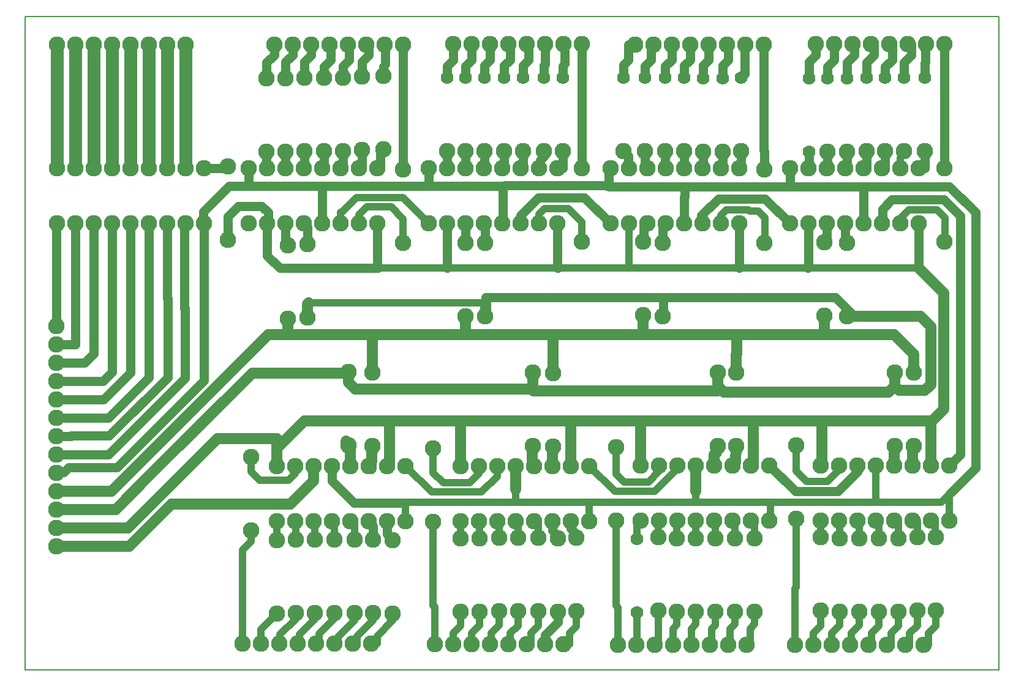
<source format=gbr>
G04 PROTEUS RS274X GERBER FILE*
%FSLAX45Y45*%
%MOMM*%
G01*
%ADD13C,1.016000*%
%ADD14C,1.524000*%
%ADD15C,1.270000*%
%ADD16C,1.778000*%
%ADD17C,0.254000*%
%ADD10C,2.286000*%
%ADD11C,1.778000*%
%ADD12C,0.203200*%
D13*
X-6684000Y-990351D02*
X-6689533Y-1091951D01*
X-6689533Y-1093884D01*
X-6768000Y-1172351D01*
X-6778000Y-1182351D01*
X-7178000Y-1182351D01*
X-7298000Y-1062351D01*
X-7298000Y-866351D01*
D14*
X-5922000Y-990351D02*
X-5922000Y-709818D01*
X-5984569Y-647249D01*
X-5948000Y-702351D01*
D13*
X-4398000Y-1752351D02*
X-4398000Y-1992351D01*
X-4144000Y-1752351D02*
X-4138000Y-1752351D01*
X-4138000Y-1992351D01*
D14*
X-3128000Y-990351D02*
X-3128000Y-706062D01*
X-3113027Y-691089D01*
X-3118000Y-718351D01*
X-3382000Y-990351D02*
X-3408000Y-964351D01*
X-3408000Y-801251D01*
X-3398000Y-712351D01*
D13*
X-1654000Y-1742351D02*
X-1668000Y-1742351D01*
X-1668000Y-1976351D01*
X-1400000Y-1742351D02*
X-1408000Y-1742351D01*
X-1408000Y-1986351D01*
X-1146000Y-1742351D02*
X-1148000Y-1742351D01*
X-1148000Y-1986351D01*
D14*
X-892000Y-980351D02*
X-892000Y-832387D01*
X-860864Y-801251D01*
X-848000Y-712351D01*
D13*
X+582000Y-1742351D02*
X+582000Y-1976351D01*
X+836000Y-1742351D02*
X+842000Y-1742351D01*
X+842000Y-1986351D01*
D14*
X+1852000Y-980351D02*
X+1852000Y-757712D01*
X+1878427Y-731285D01*
X+1862000Y-708351D01*
X+1598000Y-980351D02*
X+1598000Y-716351D01*
X+1602000Y-712351D01*
D15*
X+660000Y+3130000D02*
X+670000Y+3130000D01*
X+670000Y+3364000D01*
X+406000Y+3130000D02*
X+420000Y+3130000D01*
X+420000Y+3364000D01*
X+660000Y+2368000D02*
X+660000Y+2136000D01*
X+630000Y+2106000D01*
X-1058000Y+3130000D02*
X-1050000Y+3130000D01*
X-1050000Y+3364000D01*
X-1312000Y+3130000D02*
X-1310000Y+3130000D01*
X-1310000Y+3374000D01*
X-1566000Y+3130000D02*
X-1570000Y+3130000D01*
X-1570000Y+3374000D01*
X-1820000Y+2368000D02*
X-1870733Y+2317267D01*
X-1870733Y+2204900D01*
X-1880000Y+2116000D01*
X-1566000Y+2368000D02*
X-1604983Y+2329017D01*
X-1604983Y+2188900D01*
X-1610000Y+2100000D01*
X-4076000Y+3130000D02*
X-4070000Y+3130000D01*
X-4070000Y+3374000D01*
X-4330000Y+3130000D02*
X-4330000Y+3374000D01*
X-4584000Y+3130000D02*
X-4590000Y+3130000D01*
X-4590000Y+3374000D01*
X-4330000Y+2368000D02*
X-4330000Y+2090003D01*
X-4334312Y+2085691D01*
X-4330000Y+2096000D01*
X-4076000Y+2368000D02*
X-4071194Y+2343688D01*
X-4060000Y+2332494D01*
X-4060000Y+2100000D01*
X-6566000Y+3130000D02*
X-6560000Y+3130000D01*
X-6560000Y+3374000D01*
X-6820000Y+3130000D02*
X-6820000Y+3364000D01*
X-7074000Y+3130000D02*
X-7080000Y+3130000D01*
X-7080000Y+3364000D01*
D14*
X-5948000Y+313649D02*
X-6036900Y+300000D01*
X-7278882Y+300000D01*
X-8691526Y-1112644D01*
X-9166882Y-1588000D01*
X-9990000Y-1588000D01*
X+1602000Y+116880D02*
X+1602000Y+303649D01*
X-4053333Y+1274140D02*
X-4053333Y+1090667D01*
X-4060000Y+1084000D01*
X-842592Y+113509D02*
X-848000Y+118917D01*
X-848000Y+303649D01*
X-3394219Y+113509D02*
X-3398000Y+117290D01*
X-3398000Y+303649D01*
X-6499268Y+1274140D02*
X-6520000Y+1253408D01*
X-6520000Y+1064000D01*
X+630000Y+827649D02*
X+1594351Y+827649D01*
X+1862000Y+560000D01*
X-580000Y+827649D02*
X-583888Y+823761D01*
X-583888Y+560000D01*
X+630000Y+827649D02*
X-580000Y+827649D01*
X-1896067Y+827649D01*
X-3126083Y+827649D02*
X-3118000Y+819566D01*
X-3118000Y+560000D01*
X-1896067Y+827649D02*
X-3126083Y+827649D01*
X-4320000Y+827649D01*
X-5593640Y+827649D02*
X-5618000Y+803289D01*
X-5618000Y+307649D01*
X-4320000Y+827649D02*
X-5593640Y+827649D01*
X-4320000Y+827649D02*
X-4330000Y+837649D01*
X-4330000Y+1080000D01*
X-1896067Y+827649D02*
X-1880000Y+843716D01*
X-1880000Y+1100000D01*
X+630000Y+827649D02*
X+630000Y+1090000D01*
X+1862000Y+560000D02*
X+1862000Y+307649D01*
X-583888Y+560000D02*
X-588000Y+555888D01*
X-588000Y+307649D01*
X-3118000Y+560000D02*
X-3118000Y+297649D01*
D15*
X-9990000Y+190000D02*
X-9344500Y+190000D01*
X-9218000Y+316500D01*
X-9218000Y+2370000D01*
X-9990000Y+444000D02*
X-9598500Y+444000D01*
X-9472000Y+570500D01*
X-9472000Y+2370000D01*
X-9990000Y+698000D02*
X-9726000Y+698000D01*
X-9726000Y+2370000D01*
X-9990000Y+952000D02*
X-9990000Y+2360000D01*
X-9980000Y+2370000D01*
D13*
X-7298000Y-1882351D02*
X-7298000Y-2032000D01*
X-7412000Y-2146000D01*
X-7412000Y-3442351D01*
X-4778000Y-1762351D02*
X-4778000Y-2921000D01*
X-4758000Y-2941000D01*
X-4758000Y-3452351D01*
X-4504000Y-3452351D02*
X-4504000Y-3302000D01*
X-4398000Y-3196000D01*
X-4398000Y-3008351D01*
X-4250000Y-3452351D02*
X-4250000Y-3302000D01*
X-4138000Y-3190000D01*
X-4138000Y-3008351D01*
X-2248000Y-1742351D02*
X-2248000Y-2921000D01*
X-2226000Y-2943000D01*
X-2226000Y-3462351D01*
X-1718000Y-3462351D02*
X-1668000Y-3412351D01*
X-1668000Y-2992351D01*
X-1464000Y-3462351D02*
X-1464000Y-3238500D01*
X-1408000Y-3182500D01*
X-1408000Y-3002351D01*
X-1210000Y-3462351D02*
X-1210000Y-3238500D01*
X-1148000Y-3176500D01*
X-1148000Y-3002351D01*
X+242000Y-1722351D02*
X+242000Y-2667000D01*
X+222000Y-2687000D01*
X+222000Y-3462351D01*
X+476000Y-3462351D02*
X+476000Y-3302000D01*
X+582000Y-3196000D01*
X+582000Y-2992351D01*
X+730000Y-3462351D02*
X+730000Y-3302000D01*
X+842000Y-3190000D01*
X+842000Y-3002351D01*
D15*
X+2290000Y+3130000D02*
X+2290000Y+4850000D01*
X+766000Y+4850000D02*
X+766000Y+4635500D01*
X+670000Y+4539500D01*
X+670000Y+4380000D01*
X+512000Y+4850000D02*
X+512000Y+4699000D01*
X+420000Y+4607000D01*
X+420000Y+4380000D01*
X-200000Y+3120000D02*
X-200000Y+3365500D01*
X-210000Y+3375500D01*
X-210000Y+4840000D01*
X-972000Y+4840000D02*
X-972000Y+4635500D01*
X-1050000Y+4557500D01*
X-1050000Y+4380000D01*
X-1226000Y+4840000D02*
X-1226000Y+4635500D01*
X-1310000Y+4551500D01*
X-1310000Y+4390000D01*
X-1480000Y+4840000D02*
X-1480000Y+4635500D01*
X-1570000Y+4545500D01*
X-1570000Y+4390000D01*
X-2720000Y+3130000D02*
X-2720000Y+4850000D01*
X-3990000Y+4850000D02*
X-3990000Y+4635500D01*
X-4070000Y+4555500D01*
X-4070000Y+4390000D01*
X-4244000Y+4850000D02*
X-4244000Y+4635500D01*
X-4330000Y+4549500D01*
X-4330000Y+4390000D01*
X-4498000Y+4850000D02*
X-4498000Y+4635500D01*
X-4590000Y+4543500D01*
X-4590000Y+4390000D01*
X-5200000Y+3120000D02*
X-5200000Y+4840000D01*
X-6470000Y+4840000D02*
X-6470000Y+4699000D01*
X-6560000Y+4609000D01*
X-6560000Y+4390000D01*
X-6724000Y+4840000D02*
X-6724000Y+4699000D01*
X-6820000Y+4603000D01*
X-6820000Y+4380000D01*
X-6978000Y+4840000D02*
X-6978000Y+4699000D01*
X-7080000Y+4597000D01*
X-7080000Y+4380000D01*
D16*
X-9980000Y+3132000D02*
X-9980000Y+4840000D01*
X-9726000Y+3132000D02*
X-9726000Y+4840000D01*
X-9472000Y+3132000D02*
X-9472000Y+4840000D01*
X-9218000Y+3132000D02*
X-9218000Y+4840000D01*
X-8964000Y+3132000D02*
X-8964000Y+4840000D01*
X-8710000Y+3132000D02*
X-8710000Y+4840000D01*
X-8456000Y+3132000D02*
X-8456000Y+4840000D01*
X-8202000Y+3132000D02*
X-8202000Y+4840000D01*
D15*
X-7948000Y+3132000D02*
X-7664692Y+3132000D01*
X-7629346Y+3167346D01*
X-7620000Y+3156000D01*
D13*
X+2360000Y-1406174D02*
X+2360000Y-1742351D01*
X+2378821Y-1353264D02*
X+2360000Y-1372085D01*
X+2360000Y-1406174D01*
D15*
X-1305648Y+2740913D02*
X-1312000Y+2734561D01*
X-1312000Y+2368000D01*
D14*
X+2119457Y-364099D02*
X+2280427Y-203129D01*
X+2280427Y+273530D01*
X+2280427Y+1405548D01*
X+1934227Y+1751748D01*
X-6938000Y-740193D02*
X-6938000Y-990351D01*
X-6938000Y-740193D02*
X-6919079Y-721272D01*
X-6710502Y-512695D01*
D13*
X-4585206Y+1751748D02*
X-5544275Y+1751748D01*
D15*
X-5550000Y+2368000D02*
X-5550000Y+1757473D01*
X-5544275Y+1751748D01*
D13*
X-4585206Y+1751748D02*
X-3056827Y+1751748D01*
D15*
X-4585206Y+1751748D02*
X-4584000Y+1752954D01*
X-4584000Y+2368000D01*
D13*
X-3056827Y+1751748D02*
X-2075863Y+1751748D01*
D15*
X-3056827Y+1751748D02*
X-3060000Y+1754921D01*
X-3060000Y+2368000D01*
D13*
X-2075863Y+1751748D02*
X-547483Y+1751748D01*
X-2075863Y+1751748D02*
X-2074000Y+1753611D01*
X-2074000Y+2368000D01*
X-547483Y+1751748D02*
X+400000Y+1751748D01*
D15*
X-547483Y+1751748D02*
X-550000Y+1754265D01*
X-550000Y+2368000D01*
D13*
X+1934227Y+1751748D02*
X+400000Y+1751748D01*
D15*
X+406000Y+1757748D01*
X+406000Y+2368000D01*
X+1934227Y+1751748D02*
X+1930000Y+1755975D01*
X+1930000Y+2368000D01*
D14*
X+2119457Y-364099D02*
X+592000Y-364099D01*
X+2119457Y-364099D02*
X+2106000Y-377556D01*
X+2106000Y-980351D01*
X+592000Y-364099D02*
X-378000Y-364099D01*
X+592000Y-364099D02*
X+592000Y-970351D01*
X+582000Y-980351D01*
X-378000Y-364099D02*
X-1915231Y-364099D01*
X-4368000Y-364099D02*
X-2868000Y-364099D01*
X-1915231Y-364099D02*
X-2868000Y-364099D01*
X-2874000Y-370099D01*
X-2874000Y-990351D01*
X-1915231Y-364099D02*
X-1908000Y-371330D01*
X-1908000Y-980351D01*
X-4368000Y-364099D02*
X-5414133Y-364099D01*
X-4368000Y-364099D02*
X-4398000Y-394099D01*
X-4398000Y-990351D01*
X-6710502Y-512695D02*
X-6561906Y-364099D01*
X-5414133Y-364099D01*
D15*
X-5550000Y+2368000D02*
X-5533209Y+2351208D01*
X-5550000Y+2368000D02*
X-5519297Y+2365120D01*
X-5533209Y+2351208D01*
X-9990000Y-64000D02*
X-9334000Y-64000D01*
X-8964000Y+306000D01*
X-8964000Y+2370000D01*
X-9990000Y-318000D02*
X-9268000Y-318000D01*
X-8710000Y+240000D01*
X-8710000Y+2370000D01*
D14*
X-5593640Y+827649D02*
X-6553042Y+827649D01*
D15*
X-4843222Y+2890000D02*
X-4843222Y+3124778D01*
X-4838000Y+3130000D01*
X-4843222Y+2890000D02*
X-6306118Y+2890000D01*
D13*
X-6058000Y+2368000D02*
X-6058000Y+2520943D01*
X-6055177Y+2523766D01*
X-6042450Y+2523766D01*
X-5836218Y+2730000D01*
X-5200000Y+2730000D01*
X-4838000Y+2368000D01*
X-5804000Y+2368000D02*
X-5804000Y+2486526D01*
X-5805637Y+2488163D01*
X-5693800Y+2600000D01*
X-5358970Y+2600000D01*
X-5192176Y+2433206D01*
X-5192176Y+2192900D01*
X-5200000Y+2104000D01*
D15*
X-2350000Y+2880000D02*
X-2350000Y+3108000D01*
X-2328000Y+3130000D01*
X-1305648Y+2830000D02*
X-1305648Y+2740913D01*
X-1305648Y+2880000D02*
X-1305648Y+2830000D01*
X+152000Y+2880000D02*
X+152000Y+2990000D01*
X+152000Y+3130000D01*
X+1170000Y+2880000D02*
X+1110000Y+2880000D01*
X+152000Y+2880000D02*
X+1110000Y+2880000D01*
X+1168000Y+2368000D02*
X+1168000Y+2878000D01*
X+1170000Y+2880000D01*
X+152000Y+2880000D02*
X-1305648Y+2880000D01*
X-1373400Y+2880000D01*
X-2350000Y+2880000D02*
X-1373400Y+2880000D01*
X+914000Y+2368000D02*
X+914000Y+2126000D01*
X+940000Y+2100000D01*
D13*
X+2378820Y-1353264D02*
X+2396042Y-1336042D01*
X+2378821Y-1353264D02*
X+2378820Y-1353264D01*
X-114294Y-1489445D02*
X-114294Y-1726645D01*
X-130000Y-1742351D01*
X-2620000Y-1489445D02*
X-2620000Y-1752351D01*
X-1146000Y-1341264D02*
X-1146000Y-1489185D01*
X-1146260Y-1489445D01*
D14*
X-1146000Y-1341264D02*
X-1146000Y-980351D01*
D13*
X-2620000Y-1489445D02*
X-1146260Y-1489445D01*
X-114294Y-1489445D01*
X-3636000Y-1310000D02*
X-3636000Y-1345264D01*
X-3636000Y-1353264D01*
X-3636000Y-1483445D01*
X-3630000Y-1489445D01*
D14*
X-3636000Y-1310000D02*
X-3636000Y-990351D01*
D13*
X-5160000Y-1489445D02*
X-3630000Y-1489445D01*
X-2620000Y-1489445D01*
X-4144000Y-990351D02*
X-4144000Y-1089788D01*
X-4274212Y-1220000D01*
X-4639999Y-1220000D01*
X-4778000Y-1081999D01*
X-4778000Y-746351D01*
X-2620000Y-990351D02*
X-2270351Y-1340000D01*
X-1715661Y-1340000D01*
X-1419512Y-1043851D01*
X-1400000Y-980351D01*
X-1654000Y-980351D02*
X-1654000Y-1061268D01*
X-1802732Y-1210000D01*
X-2140000Y-1210000D01*
X-2248000Y-1102000D01*
X-2248000Y-719248D01*
X-2240423Y-711671D01*
X-2248000Y-726351D01*
D15*
X-130000Y-980351D02*
X+229649Y-1340000D01*
X+814351Y-1340000D01*
X+1090000Y-1064351D01*
X+1090000Y-980351D01*
D13*
X+836000Y-980351D02*
X+836000Y-1037749D01*
X+673749Y-1200000D01*
X+381482Y-1200000D01*
X+238212Y-1056730D01*
X+238212Y-683589D01*
X+236743Y-682120D01*
X+242000Y-706351D01*
X-5160000Y-990351D02*
X-4800351Y-1350000D01*
X-4110001Y-1350000D01*
X-3890000Y-1129999D01*
X-3890000Y-990351D01*
D14*
X-6790000Y+1054000D02*
X-6790000Y+850691D01*
X-6810691Y+830000D01*
X-6813042Y+827649D01*
X-6701105Y+827649D01*
X-6663492Y+827649D01*
X-6583396Y+827649D01*
X-6553042Y+827649D01*
X-6701105Y+827649D02*
X-6703456Y+830000D01*
X-6810691Y+830000D01*
D13*
X-4053333Y+1274140D02*
X-6239268Y+1274140D01*
X-6499268Y+1274140D01*
D15*
X-7074000Y+2368000D02*
X-7074000Y+1924000D01*
X-6901748Y+1751748D01*
X-5544275Y+1751748D01*
X-6820000Y+2368000D02*
X-6820000Y+2100000D01*
X-6790000Y+2070000D01*
X-6520000Y+2080000D02*
X-6520000Y+2322000D01*
X-6566000Y+2368000D01*
X-6312000Y+2368000D02*
X-6312000Y+2884118D01*
X-6306118Y+2890000D01*
X-7332557Y+2890000D02*
X-6306118Y+2890000D01*
X-3815934Y+2887967D02*
X-3820000Y+2890000D01*
X-4843222Y+2890000D02*
X-3820000Y+2890000D01*
X-3815934Y+2890000D01*
X-3815934Y+2887967D01*
X-3815934Y+2880000D01*
X-3815934Y+2364066D01*
X-3850000Y+2330000D01*
X-3822000Y+2368000D01*
X-9990000Y-572000D02*
X-9789000Y-572000D01*
X-9787000Y-570000D01*
X-9260000Y-570000D01*
X-8450000Y+240000D01*
X-8450000Y+1327000D01*
X-8456000Y+1333000D01*
X-8456000Y+2370000D01*
D14*
X-6810691Y+830000D02*
X-7059999Y+830000D01*
X-7742205Y+147794D01*
X-7746928Y+147794D01*
X-8959027Y-1064305D01*
X-8959027Y-1069027D01*
X-9224000Y-1334000D01*
X-9990000Y-1334000D01*
D13*
X-3314000Y+2368000D02*
X-3314000Y+2496000D01*
X-3240000Y+2570000D01*
X-2910000Y+2570000D01*
X-2727643Y+2387643D01*
X-2727643Y+2113279D01*
X-2720234Y+2105870D01*
X-2720000Y+2114000D01*
D15*
X-9990000Y-826000D02*
X-9265999Y-826000D01*
X-8210000Y+229999D01*
X-8210000Y+1190833D01*
X-8215466Y+1196299D01*
X-8215466Y+2356534D01*
X-8202000Y+2370000D01*
X-3815934Y+2887967D02*
X-3791868Y+2900000D01*
X-2390000Y+2900000D01*
X-2350000Y+2880000D01*
X-2328000Y+2368000D02*
X-2690000Y+2730000D01*
X-3323927Y+2730000D01*
X-3570400Y+2483527D01*
X-3570400Y+2370400D01*
X-3568000Y+2368000D01*
X+152000Y+2368000D02*
X-190000Y+2710000D01*
X-840001Y+2710000D01*
X-1070671Y+2479330D01*
X-1070671Y+2383492D01*
X-1058000Y+2368000D01*
D13*
X-804000Y+2368000D02*
X-804000Y+2479569D01*
X-723569Y+2560000D01*
X-423594Y+2560000D01*
X-403756Y+2540162D01*
X-285617Y+2540162D01*
X-192582Y+2447127D01*
X-192582Y+2192900D01*
X-200000Y+2104000D01*
X+1676000Y+2368000D02*
X+1676000Y+2438105D01*
X+1797895Y+2560000D01*
X+2185405Y+2560000D01*
X+2296655Y+2448750D01*
X+2296655Y+2119491D01*
X+2280486Y+2103322D01*
X+2290000Y+2114000D01*
D14*
X-842592Y+113509D02*
X-842592Y+50000D01*
X-3394219Y+50000D01*
X-3394219Y+113509D01*
D13*
X+1310000Y-1489445D02*
X+1320000Y-1489445D01*
X-114294Y-1489445D02*
X+1310000Y-1489445D01*
X+1344000Y-980351D02*
X+1344000Y-1489445D01*
D17*
X+1344000Y-1504000D01*
X+1350000Y-1510000D01*
D13*
X+1320000Y-1489445D02*
X+1344000Y-1489445D01*
X+2242639Y-1489445D01*
X+2378820Y-1353264D01*
D15*
X-6176000Y-990351D02*
X-6176000Y-1196346D01*
X-6155702Y-1216644D01*
X-5872346Y-1500000D01*
X-5160000Y-1500000D01*
D13*
X-5160000Y-1489445D02*
X-5160000Y-1500000D01*
X-5160000Y-1752351D01*
D17*
X-7948000Y+2347463D02*
X-7948000Y+2370000D01*
D15*
X-7948000Y+2347463D02*
X-7948000Y+193667D01*
X-9153055Y-1011388D01*
X-9821388Y-1011388D01*
X-9888400Y-1078400D01*
X-9990000Y-1080000D01*
X-7328000Y+3130000D02*
X-7328000Y+2910000D01*
X-7328000Y+2894557D01*
X-7332557Y+2890000D01*
X-7328000Y+2910000D02*
X-7348000Y+2890000D01*
X-7598716Y+2890000D01*
X-7954126Y+2534590D01*
X-7954126Y+2353589D01*
X-7948000Y+2347463D01*
X-1620000Y+1350000D02*
X-4053333Y+1350000D01*
X-4053333Y+1274140D01*
X-1620000Y+1350000D02*
X-1605917Y+1348591D01*
D17*
X+1035008Y+1084000D02*
X+1035008Y+1055467D01*
X+940000Y+1084000D01*
D15*
X-1610000Y+1084000D02*
X-1600778Y+1093222D01*
X-1600778Y+1337080D01*
D17*
X-1620000Y+1350000D02*
X-1620000Y+1070000D01*
X-1610000Y+1060000D01*
X-1610000Y+1084000D01*
X+950275Y+1084000D02*
X+950275Y+1179725D01*
X+950275Y+1187716D01*
X+931251Y+1206740D01*
D15*
X-1605917Y+1348591D02*
X+781409Y+1348591D01*
X+790000Y+1340000D01*
X+950275Y+1179725D01*
X+1035008Y+1094992D01*
X+1035008Y+1084000D01*
D14*
X+940000Y+1084000D02*
X+950275Y+1084000D01*
X+1035008Y+1084000D01*
X+1956000Y+1084000D01*
X+2100000Y+940000D01*
X+2100000Y+140000D01*
X+2020000Y+60000D01*
X+1658880Y+60000D01*
X+1602000Y+116880D01*
X+1515120Y+30000D01*
X-759083Y+30000D01*
X-842592Y+113509D01*
X-5948000Y+313649D02*
X-5940489Y+339709D01*
X-5948000Y+332198D01*
X-5948000Y+167649D01*
X-5860351Y+80000D01*
X-3427728Y+80000D01*
X-3394219Y+113509D01*
X-378000Y-364099D02*
X-350000Y-392099D01*
X-350000Y-946351D01*
X-384000Y-980351D01*
X-638000Y-980351D02*
X-600406Y-942757D01*
X-600406Y-942760D01*
X-588000Y-708351D01*
X-5668000Y-990351D02*
X-5635296Y-1023055D01*
X-5618000Y-708351D01*
X-5414133Y-364099D02*
X-5380000Y-398232D01*
X-5380000Y-956351D01*
X-5414000Y-990351D01*
X-6938000Y-740193D02*
X-6938000Y-610000D01*
X-7761879Y-610000D01*
X-8993879Y-1842000D01*
X-9990000Y-1842000D01*
D15*
X-7074000Y+2368000D02*
X-7060000Y+2360000D01*
X-7060000Y+2519999D01*
X-7150001Y+2610000D01*
X-7470001Y+2610000D01*
X-7620000Y+2460001D01*
X-7620000Y+2140000D01*
X-5804000Y+3130000D02*
X-5760000Y+3130000D01*
X-5760000Y+3384000D01*
X-5708000Y+4840000D02*
X-5668000Y+4840000D01*
X-5668000Y+4699000D01*
X-5760000Y+4607000D01*
X-5760000Y+4400000D01*
X-6058000Y+3130000D02*
X-6030000Y+3130000D01*
X-6030000Y+3374000D01*
X-5962000Y+4840000D02*
X-5942000Y+4840000D01*
X-5942000Y+4635500D01*
X-6030000Y+4547500D01*
X-6030000Y+4390000D01*
X-6312000Y+3130000D02*
X-6290000Y+3130000D01*
X-6290000Y+3374000D01*
X-6216000Y+4840000D02*
X-6196000Y+4840000D01*
X-6196000Y+4635500D01*
X-6290000Y+4541500D01*
X-6290000Y+4390000D01*
X-5454000Y+4840000D02*
X-5440000Y+4840000D01*
X-5440000Y+4569500D01*
X-5470000Y+4539500D01*
X-5470000Y+4410000D01*
X-5550000Y+3130000D02*
X-5510000Y+3130000D01*
X-5510000Y+3394000D01*
X-5470000Y+3394000D01*
X-3060000Y+3130000D02*
X-2990000Y+3130000D01*
X-2990000Y+3374000D01*
X-3568000Y+3130000D02*
X-3540000Y+3130000D01*
X-3540000Y+3374000D01*
X-3482000Y+4850000D02*
X-3462000Y+4850000D01*
X-3462000Y+4635500D01*
X-3540000Y+4557500D01*
X-3540000Y+4390000D01*
X-3822000Y+3130000D02*
X-3800000Y+3130000D01*
X-3800000Y+3374000D01*
X-3736000Y+4850000D02*
X-3716000Y+4850000D01*
X-3716000Y+4635500D01*
X-3800000Y+4551500D01*
X-3800000Y+4390000D01*
X-1988000Y+4840000D02*
X-2078000Y+4840000D01*
X-2078000Y+4635500D01*
X-2150000Y+4563500D01*
X-2150000Y+4390000D01*
X-1820000Y+3130000D02*
X-1850000Y+3130000D01*
X-1850000Y+3374000D01*
X-1734000Y+4840000D02*
X-1764000Y+4840000D01*
X-1764000Y+4635500D01*
X-1850000Y+4549500D01*
X-1850000Y+4390000D01*
X-550000Y+3130000D02*
X-520000Y+3130000D01*
X-520000Y+3374000D01*
X-464000Y+4840000D02*
X-444000Y+4840000D01*
X-470000Y+4814000D01*
X-470000Y+4440000D01*
X-520000Y+4390000D01*
X-804000Y+3130000D02*
X-780000Y+3130000D01*
X-780000Y+3364000D01*
X-718000Y+4840000D02*
X-698000Y+4840000D01*
X-698000Y+4635500D01*
X-780000Y+4553500D01*
X-780000Y+4380000D01*
X+1930000Y+3130000D02*
X+2020000Y+3130000D01*
X+2020000Y+3374000D01*
X+1782000Y+4850000D02*
X+1832000Y+4850000D01*
X+1832000Y+4699000D01*
X+1730000Y+4597000D01*
X+1730000Y+4390000D01*
X+1168000Y+3130000D02*
X+1210000Y+3130000D01*
X+1210000Y+3374000D01*
X+1274000Y+4850000D02*
X+1314000Y+4850000D01*
X+1314000Y+4699000D01*
X+1210000Y+4595000D01*
X+1210000Y+4390000D01*
X+1422000Y+3130000D02*
X+1470000Y+3130000D01*
X+1470000Y+3374000D01*
X+1528000Y+4850000D02*
X+1568000Y+4850000D01*
X+1568000Y+4635500D01*
X+1470000Y+4537500D01*
X+1470000Y+4390000D01*
X+914000Y+3130000D02*
X+940000Y+3130000D01*
X+940000Y+3364000D01*
X+1020000Y+4850000D02*
X+1040000Y+4850000D01*
X+1040000Y+4699000D01*
X+940000Y+4599000D01*
X+940000Y+4380000D01*
D13*
X+2000000Y-3462351D02*
X+2070000Y-3462351D01*
X+2070000Y-3302000D01*
X+2172000Y-3200000D01*
X+2172000Y-2992351D01*
X+1852000Y-1742351D02*
X+1912000Y-1742351D01*
X+1912000Y-1976351D01*
X+1746000Y-3462351D02*
X+1806000Y-3462351D01*
X+1806000Y-3302000D01*
X+1912000Y-3196000D01*
X+1912000Y-2992351D01*
X+1598000Y-1742351D02*
X+1652000Y-1742351D01*
X+1652000Y-1986351D01*
X+1492000Y-3462351D02*
X+1552000Y-3462351D01*
X+1552000Y-3302000D01*
X+1652000Y-3202000D01*
X+1652000Y-3002351D01*
X+1344000Y-1742351D02*
X+1382000Y-1742351D01*
X+1382000Y-1986351D01*
X+1238000Y-3462351D02*
X+1278000Y-3462351D01*
X+1278000Y-3302000D01*
X+1382000Y-3198000D01*
X+1382000Y-3002351D01*
X+1090000Y-1742351D02*
X+1112000Y-1742351D01*
X+1112000Y-1986351D01*
X+984000Y-3462351D02*
X+1004000Y-3462351D01*
X+1004000Y-3302000D01*
X+1112000Y-3194000D01*
X+1112000Y-3002351D01*
X-638000Y-1742351D02*
X-608000Y-1742351D01*
X-608000Y-1986351D01*
X-702000Y-3462351D02*
X-672000Y-3462351D01*
X-672000Y-3238500D01*
X-608000Y-3174500D01*
X-608000Y-3002351D01*
X-384000Y-1742351D02*
X-338000Y-1742351D01*
X-338000Y-1986351D01*
X-448000Y-3462351D02*
X-398000Y-3462351D01*
X-398000Y-3238500D01*
X-338000Y-3178500D01*
X-338000Y-3002351D01*
X-892000Y-1742351D02*
X-878000Y-1742351D01*
X-878000Y-1986351D01*
X-956000Y-3462351D02*
X-926000Y-3462351D01*
X-926000Y-3238500D01*
X-878000Y-3190500D01*
X-878000Y-3002351D01*
D17*
X-1960000Y-1994000D02*
X-1960000Y-1768277D01*
X-1958000Y-1766277D01*
X-1934074Y-1742351D01*
X-1908000Y-1742351D01*
D13*
X-1934074Y-1742351D02*
X-1958000Y-1742351D01*
X-1958000Y-1766277D01*
X-1958000Y-1976351D01*
D17*
X-1960000Y-3010000D02*
X-1960000Y-3088000D01*
X-1958000Y-3090000D01*
D13*
X-1972000Y-3462351D02*
X-2012000Y-3462351D01*
X-1958000Y-3408351D01*
X-1958000Y-3090000D01*
X-1958000Y-2992351D01*
X-2980000Y-3452351D02*
X-2890000Y-3452351D01*
X-2890000Y-3302000D01*
X-2798000Y-3210000D01*
X-2798000Y-2998351D01*
X-3382000Y-1752351D02*
X-3328000Y-1752351D01*
X-3328000Y-1982351D01*
X-3488000Y-3452351D02*
X-3428000Y-3452351D01*
X-3428000Y-3302000D01*
X-3328000Y-3202000D01*
X-3328000Y-2998351D01*
X-3636000Y-1752351D02*
X-3608000Y-1752351D01*
X-3608000Y-1982351D01*
X-3742000Y-3452351D02*
X-3712000Y-3452351D01*
X-3712000Y-3302000D01*
X-3608000Y-3198000D01*
X-3608000Y-2998351D01*
X-3890000Y-1752351D02*
X-3868000Y-1752351D01*
X-3868000Y-1982351D01*
X-3996000Y-3452351D02*
X-3976000Y-3452351D01*
X-3976000Y-3302000D01*
X-3868000Y-3194000D01*
X-3868000Y-2998351D01*
X-5634000Y-3442351D02*
X-5554000Y-3442351D01*
X-5554000Y-3343999D01*
X-5338000Y-3127999D01*
X-5338000Y-3032351D01*
X-5888000Y-3442351D02*
X-5828000Y-3442351D01*
X-5828000Y-3348000D01*
X-5608000Y-3128000D01*
X-5608000Y-3022351D01*
X-5922000Y-1752351D02*
X-5868000Y-1752351D01*
X-5868000Y-2006351D01*
X-6142000Y-3442351D02*
X-6092000Y-3442351D01*
X-6092000Y-3352000D01*
X-5868000Y-3128000D01*
X-5868000Y-3022351D01*
X-6176000Y-1752351D02*
X-6148000Y-1752351D01*
X-6148000Y-2006351D01*
X-6396000Y-3442351D02*
X-6366000Y-3442351D01*
X-6357200Y-3433551D01*
X-6357200Y-3307199D01*
X-6148000Y-3097999D01*
X-6148000Y-3022351D01*
X-6430000Y-1752351D02*
X-6418000Y-1752351D01*
X-6418000Y-2006351D01*
X-6650000Y-3442351D02*
X-6630000Y-3442351D01*
X-6630000Y-3320000D01*
X-6418000Y-3108000D01*
X-6418000Y-3022351D01*
X-6684000Y-1752351D02*
X-6678000Y-1752351D01*
X-6678000Y-2006351D01*
X-6904000Y-3442351D02*
X-6894000Y-3442351D01*
X-6894000Y-3322000D01*
X-6678000Y-3106000D01*
X-6678000Y-3022351D01*
X-6938000Y-1752351D02*
X-6938000Y-2016351D01*
X-7158000Y-3442351D02*
X-7158000Y-3252351D01*
X-6938000Y-3032351D01*
D15*
X-5414000Y-1752351D02*
X-5414000Y-1926000D01*
X-5340000Y-2000000D01*
X-5338000Y-2016351D01*
X-5608000Y-1860000D02*
X-5608000Y-1822000D01*
X-5608000Y-1860000D02*
X-5608000Y-2006351D01*
D17*
X-5668000Y-1752351D02*
X-5668000Y-1762000D01*
X-5635000Y-1795000D01*
D15*
X-5608000Y-1822000D02*
X-5635000Y-1795000D01*
X-5668000Y-1762000D02*
X-5670000Y-1760000D01*
X-2874000Y-1752351D02*
X-2874000Y-1856001D01*
X-2791250Y-1938751D01*
X-2798000Y-1982351D01*
X-3128000Y-1752351D02*
X-3128000Y-1879999D01*
X-3042279Y-1965720D01*
X-3058000Y-1992351D01*
D13*
X+2106000Y-1742351D02*
X+2162263Y-1798614D01*
X+2162263Y-1862051D01*
X+2172000Y-1976351D01*
D15*
X+1170000Y+2880000D02*
X+2360001Y+2880000D01*
X+2720000Y+2520001D01*
X+2720000Y-1012085D01*
X+2378821Y-1353264D01*
X+2360000Y-980351D02*
X+2510000Y-830351D01*
X+2510000Y+2470000D01*
X+2280000Y+2700000D01*
X+1563958Y+2700000D01*
X+1431978Y+2568020D01*
X+1431978Y+2469600D01*
X+1422000Y+2368000D01*
D13*
X+1676000Y+3130000D02*
X+1676000Y+3279841D01*
X+1763869Y+3367710D01*
X+1730000Y+3374000D01*
D15*
X+2036000Y+4850000D02*
X+2030000Y+4850000D01*
X+2030000Y+4603000D01*
X+2020000Y+4593000D01*
X+2020000Y+4390000D01*
X-2974000Y+4850000D02*
X-2960000Y+4850000D01*
X-2960000Y+4579500D01*
X-2990000Y+4549500D01*
X-2990000Y+4390000D01*
X-3228000Y+4850000D02*
X-3230000Y+4850000D01*
X-3230000Y+4573500D01*
X-3250000Y+4553500D01*
X-3250000Y+4390000D01*
X-2150000Y+3374000D02*
X-2080000Y+3304000D01*
X-2080000Y+3244300D01*
X-2074000Y+3130000D01*
X-3058000Y-3008351D02*
X-3058000Y-3150141D01*
X-3100411Y-3192552D01*
X-3231069Y-3323210D01*
X-3231069Y-3485226D01*
X-3229327Y-3486968D01*
X-3234000Y-3452351D01*
D14*
X-6430000Y-990351D02*
X-6430000Y-1190000D01*
X-6758080Y-1518080D01*
X-8398080Y-1518080D01*
X-8982000Y-2102000D01*
X-9990000Y-2102000D01*
D15*
X-3250000Y+3374000D02*
X-3250000Y+3294112D01*
X-3299812Y+3244300D01*
X-3314000Y+3130000D01*
D10*
X-9990000Y-1842000D03*
X-9990000Y-1588000D03*
X-9990000Y-1334000D03*
X-9990000Y-1080000D03*
X-9990000Y-826000D03*
X-9990000Y-572000D03*
X-9990000Y-318000D03*
X-9990000Y-64000D03*
X-9990000Y+190000D03*
X-9990000Y+444000D03*
X-9990000Y+698000D03*
X-9990000Y+952000D03*
X-9980000Y+2370000D03*
X-9726000Y+2370000D03*
X-9472000Y+2370000D03*
X-9218000Y+2370000D03*
X-8964000Y+2370000D03*
X-8710000Y+2370000D03*
X-8456000Y+2370000D03*
X-8202000Y+2370000D03*
X-7948000Y+2370000D03*
X-7948000Y+3132000D03*
X-8202000Y+3132000D03*
X-8456000Y+3132000D03*
X-8710000Y+3132000D03*
X-8964000Y+3132000D03*
X-9218000Y+3132000D03*
X-9472000Y+3132000D03*
X-9726000Y+3132000D03*
X-9980000Y+3132000D03*
X-9990000Y-2102000D03*
X-9980000Y+4840000D03*
X-9726000Y+4840000D03*
X-9472000Y+4840000D03*
X-9218000Y+4840000D03*
X-8964000Y+4840000D03*
X-8710000Y+4840000D03*
X-8456000Y+4840000D03*
X-8202000Y+4840000D03*
X-6938000Y-1752351D03*
X-6684000Y-1752351D03*
X-6430000Y-1752351D03*
X-6176000Y-1752351D03*
X-5922000Y-1752351D03*
X-5668000Y-1752351D03*
X-5414000Y-1752351D03*
X-5160000Y-1752351D03*
X-5160000Y-990351D03*
X-5414000Y-990351D03*
X-5668000Y-990351D03*
X-5922000Y-990351D03*
X-6176000Y-990351D03*
X-6430000Y-990351D03*
X-6684000Y-990351D03*
X-6938000Y-990351D03*
X-4398000Y-1752351D03*
X-4144000Y-1752351D03*
X-3890000Y-1752351D03*
X-3636000Y-1752351D03*
X-3382000Y-1752351D03*
X-3128000Y-1752351D03*
X-2874000Y-1752351D03*
X-2620000Y-1752351D03*
X-2620000Y-990351D03*
X-2874000Y-990351D03*
X-3128000Y-990351D03*
X-3382000Y-990351D03*
X-3636000Y-990351D03*
X-3890000Y-990351D03*
X-4144000Y-990351D03*
X-4398000Y-990351D03*
X-1908000Y-1742351D03*
X-1654000Y-1742351D03*
X-1400000Y-1742351D03*
X-1146000Y-1742351D03*
X-892000Y-1742351D03*
X-638000Y-1742351D03*
X-384000Y-1742351D03*
X-130000Y-1742351D03*
X-130000Y-980351D03*
X-384000Y-980351D03*
X-638000Y-980351D03*
X-892000Y-980351D03*
X-1146000Y-980351D03*
X-1400000Y-980351D03*
X-1654000Y-980351D03*
X-1908000Y-980351D03*
X+582000Y-1742351D03*
X+836000Y-1742351D03*
X+1090000Y-1742351D03*
X+1344000Y-1742351D03*
X+1598000Y-1742351D03*
X+1852000Y-1742351D03*
X+2106000Y-1742351D03*
X+2360000Y-1742351D03*
X+2360000Y-980351D03*
X+2106000Y-980351D03*
X+1852000Y-980351D03*
X+1598000Y-980351D03*
X+1344000Y-980351D03*
X+1090000Y-980351D03*
X+836000Y-980351D03*
X+582000Y-980351D03*
X+1930000Y+3130000D03*
X+1676000Y+3130000D03*
X+1422000Y+3130000D03*
X+1168000Y+3130000D03*
X+914000Y+3130000D03*
X+660000Y+3130000D03*
X+406000Y+3130000D03*
X+152000Y+3130000D03*
X+152000Y+2368000D03*
X+406000Y+2368000D03*
X+660000Y+2368000D03*
X+914000Y+2368000D03*
X+1168000Y+2368000D03*
X+1422000Y+2368000D03*
X+1676000Y+2368000D03*
X+1930000Y+2368000D03*
X-550000Y+3130000D03*
X-804000Y+3130000D03*
X-1058000Y+3130000D03*
X-1312000Y+3130000D03*
X-1566000Y+3130000D03*
X-1820000Y+3130000D03*
X-2074000Y+3130000D03*
X-2328000Y+3130000D03*
X-2328000Y+2368000D03*
X-2074000Y+2368000D03*
X-1820000Y+2368000D03*
X-1566000Y+2368000D03*
X-1312000Y+2368000D03*
X-1058000Y+2368000D03*
X-804000Y+2368000D03*
X-550000Y+2368000D03*
X-3060000Y+3130000D03*
X-3314000Y+3130000D03*
X-3568000Y+3130000D03*
X-3822000Y+3130000D03*
X-4076000Y+3130000D03*
X-4330000Y+3130000D03*
X-4584000Y+3130000D03*
X-4838000Y+3130000D03*
X-4838000Y+2368000D03*
X-4584000Y+2368000D03*
X-4330000Y+2368000D03*
X-4076000Y+2368000D03*
X-3822000Y+2368000D03*
X-3568000Y+2368000D03*
X-3314000Y+2368000D03*
X-3060000Y+2368000D03*
X-5550000Y+3130000D03*
X-5804000Y+3130000D03*
X-6058000Y+3130000D03*
X-6312000Y+3130000D03*
X-6566000Y+3130000D03*
X-6820000Y+3130000D03*
X-7074000Y+3130000D03*
X-7328000Y+3130000D03*
X-7328000Y+2368000D03*
X-7074000Y+2368000D03*
X-6820000Y+2368000D03*
X-6566000Y+2368000D03*
X-6312000Y+2368000D03*
X-6058000Y+2368000D03*
X-5804000Y+2368000D03*
X-5550000Y+2368000D03*
X-6520000Y+2080000D03*
X-6520000Y+1064000D03*
X-4060000Y+2100000D03*
X-4060000Y+1084000D03*
X-1610000Y+2100000D03*
X-1610000Y+1084000D03*
X+940000Y+2100000D03*
X+940000Y+1084000D03*
X+1602000Y-712351D03*
X+1602000Y+303649D03*
X-848000Y-712351D03*
X-848000Y+303649D03*
X-3398000Y-712351D03*
X-3398000Y+303649D03*
X-5948000Y-702351D03*
X-5948000Y+313649D03*
X-7620000Y+2140000D03*
X-7620000Y+3156000D03*
X-5618000Y+307649D03*
X-5618000Y-708351D03*
X-3118000Y+297649D03*
X-3118000Y-718351D03*
X-588000Y+307649D03*
X-588000Y-708351D03*
X+1862000Y+307649D03*
X+1862000Y-708351D03*
X+630000Y+1090000D03*
X+630000Y+2106000D03*
X-1880000Y+1100000D03*
X-1880000Y+2116000D03*
X-6790000Y+1054000D03*
X-6790000Y+2070000D03*
X-4330000Y+1080000D03*
X-4330000Y+2096000D03*
X-7298000Y-1882351D03*
X-7298000Y-866351D03*
X-4778000Y-1762351D03*
X-4778000Y-746351D03*
X-2248000Y-1742351D03*
X-2248000Y-726351D03*
X+242000Y-1722351D03*
X+242000Y-706351D03*
X+2290000Y+3130000D03*
X+2290000Y+2114000D03*
X-200000Y+3120000D03*
X-200000Y+2104000D03*
X-2720000Y+3130000D03*
X-2720000Y+2114000D03*
X-5200000Y+3120000D03*
X-5200000Y+2104000D03*
X-7412000Y-3442351D03*
X-7158000Y-3442351D03*
X-6904000Y-3442351D03*
X-6650000Y-3442351D03*
X-6396000Y-3442351D03*
X-6142000Y-3442351D03*
X-5888000Y-3442351D03*
X-5634000Y-3442351D03*
X-4758000Y-3452351D03*
X-4504000Y-3452351D03*
X-4250000Y-3452351D03*
X-3996000Y-3452351D03*
X-3742000Y-3452351D03*
X-3488000Y-3452351D03*
X-3234000Y-3452351D03*
X-2980000Y-3452351D03*
X-2226000Y-3462351D03*
X-1972000Y-3462351D03*
X-1718000Y-3462351D03*
X-1464000Y-3462351D03*
X-1210000Y-3462351D03*
X-956000Y-3462351D03*
X-702000Y-3462351D03*
X-448000Y-3462351D03*
X+222000Y-3462351D03*
X+476000Y-3462351D03*
X+730000Y-3462351D03*
X+984000Y-3462351D03*
X+1238000Y-3462351D03*
X+1492000Y-3462351D03*
X+1746000Y-3462351D03*
X+2000000Y-3462351D03*
X+2290000Y+4850000D03*
X+2036000Y+4850000D03*
X+1782000Y+4850000D03*
X+1528000Y+4850000D03*
X+1274000Y+4850000D03*
X+1020000Y+4850000D03*
X+766000Y+4850000D03*
X+512000Y+4850000D03*
X-210000Y+4840000D03*
X-464000Y+4840000D03*
X-718000Y+4840000D03*
X-972000Y+4840000D03*
X-1226000Y+4840000D03*
X-1480000Y+4840000D03*
X-1734000Y+4840000D03*
X-1988000Y+4840000D03*
X-2720000Y+4850000D03*
X-2974000Y+4850000D03*
X-3228000Y+4850000D03*
X-3482000Y+4850000D03*
X-3736000Y+4850000D03*
X-3990000Y+4850000D03*
X-4244000Y+4850000D03*
X-4498000Y+4850000D03*
X-5200000Y+4840000D03*
X-5454000Y+4840000D03*
X-5708000Y+4840000D03*
X-5962000Y+4840000D03*
X-6216000Y+4840000D03*
X-6470000Y+4840000D03*
X-6724000Y+4840000D03*
X-6978000Y+4840000D03*
X-6938000Y-3032351D03*
X-6938000Y-2016351D03*
X-6678000Y-3022351D03*
X-6678000Y-2006351D03*
X-6418000Y-3022351D03*
X-6418000Y-2006351D03*
X-6148000Y-3022351D03*
X-6148000Y-2006351D03*
X-5868000Y-3022351D03*
X-5868000Y-2006351D03*
X-5608000Y-3022351D03*
X-5608000Y-2006351D03*
X-5338000Y-3032351D03*
X-5338000Y-2016351D03*
X-4398000Y-3008351D03*
X-4398000Y-1992351D03*
X-4138000Y-3008351D03*
X-4138000Y-1992351D03*
X-3868000Y-2998351D03*
X-3868000Y-1982351D03*
X-3608000Y-2998351D03*
X-3608000Y-1982351D03*
X-3328000Y-2998351D03*
X-3328000Y-1982351D03*
X-3058000Y-3008351D03*
X-3058000Y-1992351D03*
X-2798000Y-2998351D03*
X-2798000Y-1982351D03*
X-1668000Y-2992351D03*
X-1668000Y-1976351D03*
X-1408000Y-3002351D03*
X-1408000Y-1986351D03*
X-1148000Y-3002351D03*
X-1148000Y-1986351D03*
X-878000Y-3002351D03*
X-878000Y-1986351D03*
X-608000Y-3002351D03*
X-608000Y-1986351D03*
X-338000Y-3002351D03*
X-338000Y-1986351D03*
X+582000Y-2992351D03*
X+582000Y-1976351D03*
X+842000Y-3002351D03*
X+842000Y-1986351D03*
X+1112000Y-3002351D03*
X+1112000Y-1986351D03*
X+1382000Y-3002351D03*
X+1382000Y-1986351D03*
X+1652000Y-3002351D03*
X+1652000Y-1986351D03*
X+1912000Y-2992351D03*
X+1912000Y-1976351D03*
X+2172000Y-2992351D03*
X+2172000Y-1976351D03*
D11*
X+2020000Y+4390000D03*
D10*
X+2020000Y+3374000D03*
D11*
X+1730000Y+4390000D03*
D10*
X+1730000Y+3374000D03*
D11*
X+1470000Y+4390000D03*
D10*
X+1470000Y+3374000D03*
D11*
X+1210000Y+4390000D03*
D10*
X+1210000Y+3374000D03*
D11*
X+940000Y+4380000D03*
D10*
X+940000Y+3364000D03*
D11*
X+670000Y+4380000D03*
D10*
X+670000Y+3364000D03*
D11*
X+420000Y+4380000D03*
X+420000Y+3364000D03*
X-520000Y+4390000D03*
D10*
X-520000Y+3374000D03*
D11*
X-780000Y+4380000D03*
D10*
X-780000Y+3364000D03*
D11*
X-1050000Y+4380000D03*
D10*
X-1050000Y+3364000D03*
D11*
X-1310000Y+4390000D03*
D10*
X-1310000Y+3374000D03*
D11*
X-1570000Y+4390000D03*
D10*
X-1570000Y+3374000D03*
D11*
X-1850000Y+4390000D03*
D10*
X-1850000Y+3374000D03*
D11*
X-2150000Y+4390000D03*
D10*
X-2150000Y+3374000D03*
D11*
X-2990000Y+4390000D03*
D10*
X-2990000Y+3374000D03*
D11*
X-3250000Y+4390000D03*
D10*
X-3250000Y+3374000D03*
D11*
X-3540000Y+4390000D03*
D10*
X-3540000Y+3374000D03*
D11*
X-3800000Y+4390000D03*
D10*
X-3800000Y+3374000D03*
D11*
X-4070000Y+4390000D03*
D10*
X-4070000Y+3374000D03*
D11*
X-4330000Y+4390000D03*
D10*
X-4330000Y+3374000D03*
D11*
X-4590000Y+4390000D03*
D10*
X-4590000Y+3374000D03*
X-5470000Y+4410000D03*
X-5470000Y+3394000D03*
X-5760000Y+4400000D03*
X-5760000Y+3384000D03*
X-6030000Y+4390000D03*
X-6030000Y+3374000D03*
X-6290000Y+4390000D03*
X-6290000Y+3374000D03*
X-6560000Y+4390000D03*
X-6560000Y+3374000D03*
X-6820000Y+4380000D03*
X-6820000Y+3364000D03*
X-7080000Y+4380000D03*
X-7080000Y+3364000D03*
D11*
X-1960000Y-3010000D03*
X-1960000Y-1994000D03*
D12*
X-10420000Y-3810000D02*
X+3040000Y-3810000D01*
X+3040000Y+5230000D01*
X-10420000Y+5230000D01*
X-10420000Y-3810000D01*
M02*

</source>
